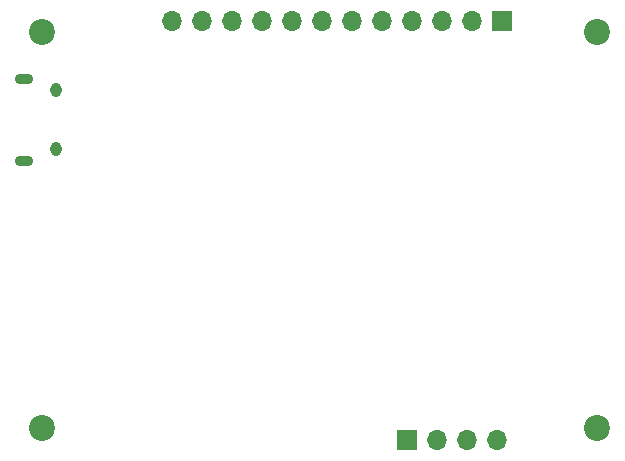
<source format=gbr>
%TF.GenerationSoftware,KiCad,Pcbnew,8.0.4*%
%TF.CreationDate,2024-08-04T16:14:03-04:00*%
%TF.ProjectId,board,626f6172-642e-46b6-9963-61645f706362,rev?*%
%TF.SameCoordinates,Original*%
%TF.FileFunction,Soldermask,Bot*%
%TF.FilePolarity,Negative*%
%FSLAX46Y46*%
G04 Gerber Fmt 4.6, Leading zero omitted, Abs format (unit mm)*
G04 Created by KiCad (PCBNEW 8.0.4) date 2024-08-04 16:14:03*
%MOMM*%
%LPD*%
G01*
G04 APERTURE LIST*
%ADD10C,2.200000*%
%ADD11R,1.700000X1.700000*%
%ADD12O,1.700000X1.700000*%
%ADD13O,1.550000X0.890000*%
%ADD14O,0.950000X1.250000*%
G04 APERTURE END LIST*
D10*
%TO.C,REF\u002A\u002A*%
X45000000Y-29500000D03*
%TD*%
D11*
%TO.C,J2*%
X75920000Y-64000000D03*
D12*
X78460000Y-64000000D03*
X81000000Y-64000000D03*
X83540000Y-64000000D03*
%TD*%
D10*
%TO.C,REF\u002A\u002A*%
X92000000Y-29500000D03*
%TD*%
D11*
%TO.C,J3*%
X84000000Y-28500000D03*
D12*
X81460000Y-28500000D03*
X78920000Y-28500000D03*
X76380000Y-28500000D03*
X73840000Y-28500000D03*
X71300000Y-28500000D03*
X68760000Y-28500000D03*
X66220000Y-28500000D03*
X63680000Y-28500000D03*
X61140000Y-28500000D03*
X58600000Y-28500000D03*
X56060000Y-28500000D03*
%TD*%
D10*
%TO.C,REF\u002A\u002A*%
X45000000Y-63000000D03*
%TD*%
D13*
%TO.C,J4*%
X43500000Y-33400000D03*
D14*
X46200000Y-34400000D03*
X46200000Y-39400000D03*
D13*
X43500000Y-40400000D03*
%TD*%
D10*
%TO.C,REF\u002A\u002A*%
X92000000Y-63000000D03*
%TD*%
M02*

</source>
